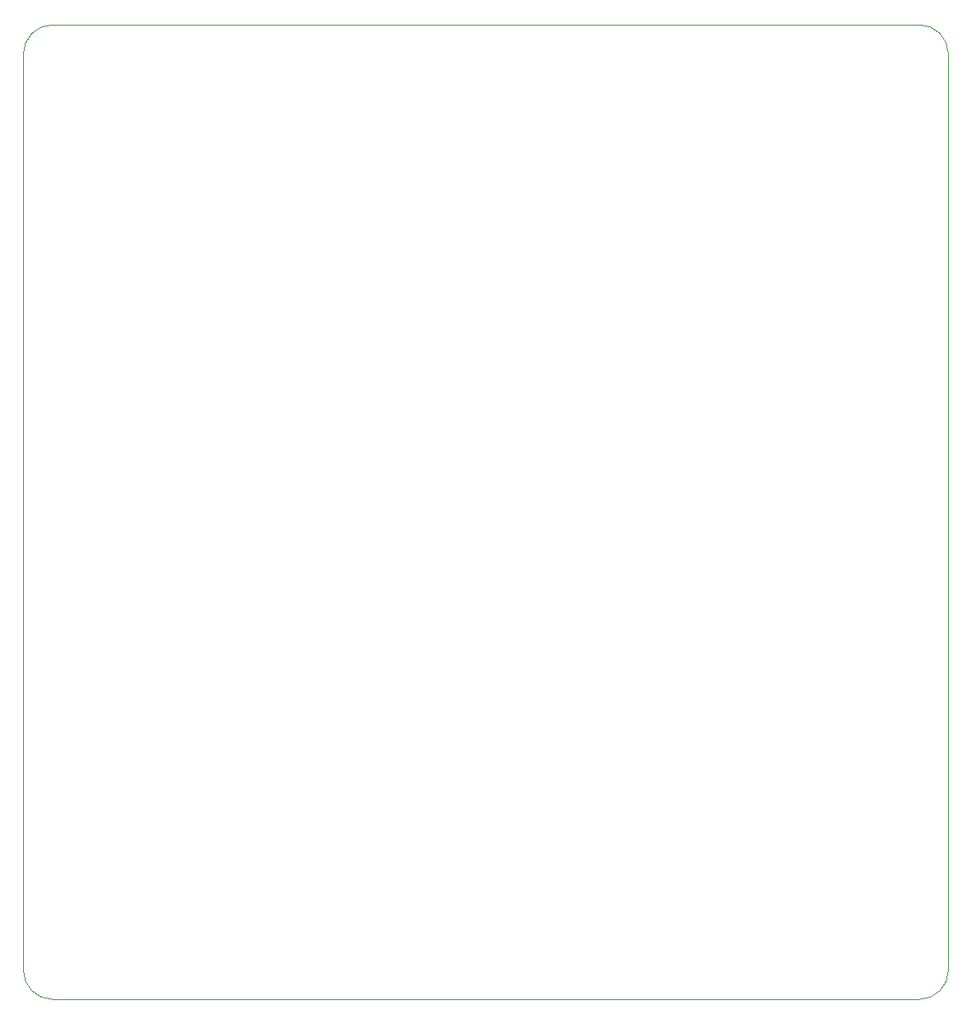
<source format=gm1>
G04 #@! TF.GenerationSoftware,KiCad,Pcbnew,(5.1.12)-1*
G04 #@! TF.CreationDate,2021-12-30T17:29:10+01:00*
G04 #@! TF.ProjectId,GameGirl,47616d65-4769-4726-9c2e-6b696361645f,rev?*
G04 #@! TF.SameCoordinates,Original*
G04 #@! TF.FileFunction,Profile,NP*
%FSLAX46Y46*%
G04 Gerber Fmt 4.6, Leading zero omitted, Abs format (unit mm)*
G04 Created by KiCad (PCBNEW (5.1.12)-1) date 2021-12-30 17:29:10*
%MOMM*%
%LPD*%
G01*
G04 APERTURE LIST*
G04 #@! TA.AperFunction,Profile*
%ADD10C,0.050000*%
G04 #@! TD*
G04 APERTURE END LIST*
D10*
X122000000Y-30000000D02*
G75*
G02*
X125000000Y-33000000I0J-3000000D01*
G01*
X125000000Y-127000000D02*
G75*
G02*
X122000000Y-130000000I-3000000J0D01*
G01*
X33000000Y-130000000D02*
G75*
G02*
X30000000Y-127000000I0J3000000D01*
G01*
X30000000Y-33000000D02*
G75*
G02*
X33000000Y-30000000I3000000J0D01*
G01*
X33000000Y-30000000D02*
X122000000Y-30000000D01*
X125000000Y-33000000D02*
X125000000Y-127000000D01*
X33000000Y-130000000D02*
X122000000Y-130000000D01*
X30000000Y-33000000D02*
X30000000Y-127000000D01*
M02*

</source>
